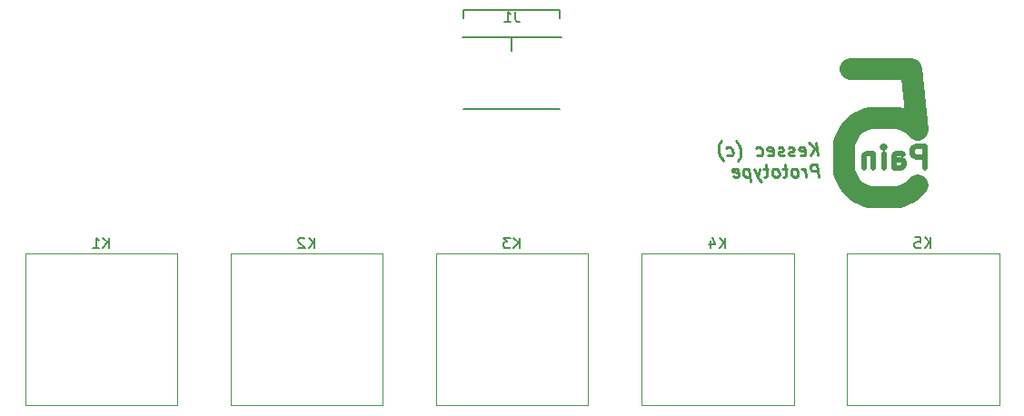
<source format=gbr>
%TF.GenerationSoftware,KiCad,Pcbnew,(5.1.7)-1*%
%TF.CreationDate,2021-01-12T02:41:31-08:00*%
%TF.ProjectId,pain5,7061696e-352e-46b6-9963-61645f706362,rev?*%
%TF.SameCoordinates,Original*%
%TF.FileFunction,Legend,Bot*%
%TF.FilePolarity,Positive*%
%FSLAX46Y46*%
G04 Gerber Fmt 4.6, Leading zero omitted, Abs format (unit mm)*
G04 Created by KiCad (PCBNEW (5.1.7)-1) date 2021-01-12 02:41:31*
%MOMM*%
%LPD*%
G01*
G04 APERTURE LIST*
%ADD10C,0.250000*%
%ADD11C,2.000000*%
%ADD12C,0.500000*%
%ADD13C,0.150000*%
%ADD14C,0.120000*%
G04 APERTURE END LIST*
D10*
X193597098Y-76042857D02*
X193447098Y-74842857D01*
X192989955Y-74842857D01*
X192882812Y-74900000D01*
X192832812Y-74957142D01*
X192789955Y-75071428D01*
X192811383Y-75242857D01*
X192882812Y-75357142D01*
X192947098Y-75414285D01*
X193068526Y-75471428D01*
X193525669Y-75471428D01*
X192397098Y-76042857D02*
X192297098Y-75242857D01*
X192325669Y-75471428D02*
X192254241Y-75357142D01*
X192189955Y-75300000D01*
X192068526Y-75242857D01*
X191954241Y-75242857D01*
X191482812Y-76042857D02*
X191589955Y-75985714D01*
X191639955Y-75928571D01*
X191682812Y-75814285D01*
X191639955Y-75471428D01*
X191568526Y-75357142D01*
X191504241Y-75300000D01*
X191382812Y-75242857D01*
X191211383Y-75242857D01*
X191104241Y-75300000D01*
X191054241Y-75357142D01*
X191011383Y-75471428D01*
X191054241Y-75814285D01*
X191125669Y-75928571D01*
X191189955Y-75985714D01*
X191311383Y-76042857D01*
X191482812Y-76042857D01*
X190639955Y-75242857D02*
X190182812Y-75242857D01*
X190418526Y-74842857D02*
X190547098Y-75871428D01*
X190504241Y-75985714D01*
X190397098Y-76042857D01*
X190282812Y-76042857D01*
X189711383Y-76042857D02*
X189818526Y-75985714D01*
X189868526Y-75928571D01*
X189911383Y-75814285D01*
X189868526Y-75471428D01*
X189797098Y-75357142D01*
X189732812Y-75300000D01*
X189611383Y-75242857D01*
X189439955Y-75242857D01*
X189332812Y-75300000D01*
X189282812Y-75357142D01*
X189239955Y-75471428D01*
X189282812Y-75814285D01*
X189354241Y-75928571D01*
X189418526Y-75985714D01*
X189539955Y-76042857D01*
X189711383Y-76042857D01*
X188868526Y-75242857D02*
X188411383Y-75242857D01*
X188647098Y-74842857D02*
X188775669Y-75871428D01*
X188732812Y-75985714D01*
X188625669Y-76042857D01*
X188511383Y-76042857D01*
X188125669Y-75242857D02*
X187939955Y-76042857D01*
X187554241Y-75242857D02*
X187939955Y-76042857D01*
X188089955Y-76328571D01*
X188154241Y-76385714D01*
X188275669Y-76442857D01*
X187097098Y-75242857D02*
X187247098Y-76442857D01*
X187104241Y-75300000D02*
X186982812Y-75242857D01*
X186754241Y-75242857D01*
X186647098Y-75300000D01*
X186597098Y-75357142D01*
X186554241Y-75471428D01*
X186597098Y-75814285D01*
X186668526Y-75928571D01*
X186732812Y-75985714D01*
X186854241Y-76042857D01*
X187082812Y-76042857D01*
X187189955Y-75985714D01*
X185647098Y-75985714D02*
X185768526Y-76042857D01*
X185997098Y-76042857D01*
X186104241Y-75985714D01*
X186147098Y-75871428D01*
X186089955Y-75414285D01*
X186018526Y-75300000D01*
X185897098Y-75242857D01*
X185668526Y-75242857D01*
X185561383Y-75300000D01*
X185518526Y-75414285D01*
X185532812Y-75528571D01*
X186118526Y-75642857D01*
D11*
X196542857Y-65928571D02*
X202257142Y-65928571D01*
X202828571Y-71642857D01*
X202257142Y-71071428D01*
X201114285Y-70500000D01*
X198257142Y-70500000D01*
X197114285Y-71071428D01*
X196542857Y-71642857D01*
X195971428Y-72785714D01*
X195971428Y-75642857D01*
X196542857Y-76785714D01*
X197114285Y-77357142D01*
X198257142Y-77928571D01*
X201114285Y-77928571D01*
X202257142Y-77357142D01*
X202828571Y-76785714D01*
D10*
X193525669Y-74042857D02*
X193375669Y-72842857D01*
X192839955Y-74042857D02*
X193268526Y-73357142D01*
X192689955Y-72842857D02*
X193461383Y-73528571D01*
X191861383Y-73985714D02*
X191982812Y-74042857D01*
X192211383Y-74042857D01*
X192318526Y-73985714D01*
X192361383Y-73871428D01*
X192304241Y-73414285D01*
X192232812Y-73300000D01*
X192111383Y-73242857D01*
X191882812Y-73242857D01*
X191775669Y-73300000D01*
X191732812Y-73414285D01*
X191747098Y-73528571D01*
X192332812Y-73642857D01*
X191347098Y-73985714D02*
X191239955Y-74042857D01*
X191011383Y-74042857D01*
X190889955Y-73985714D01*
X190818526Y-73871428D01*
X190811383Y-73814285D01*
X190854241Y-73700000D01*
X190961383Y-73642857D01*
X191132812Y-73642857D01*
X191239955Y-73585714D01*
X191282812Y-73471428D01*
X191275669Y-73414285D01*
X191204241Y-73300000D01*
X191082812Y-73242857D01*
X190911383Y-73242857D01*
X190804241Y-73300000D01*
X190375669Y-73985714D02*
X190268526Y-74042857D01*
X190039955Y-74042857D01*
X189918526Y-73985714D01*
X189847098Y-73871428D01*
X189839955Y-73814285D01*
X189882812Y-73700000D01*
X189989955Y-73642857D01*
X190161383Y-73642857D01*
X190268526Y-73585714D01*
X190311383Y-73471428D01*
X190304241Y-73414285D01*
X190232812Y-73300000D01*
X190111383Y-73242857D01*
X189939955Y-73242857D01*
X189832812Y-73300000D01*
X188889955Y-73985714D02*
X189011383Y-74042857D01*
X189239955Y-74042857D01*
X189347098Y-73985714D01*
X189389955Y-73871428D01*
X189332812Y-73414285D01*
X189261383Y-73300000D01*
X189139955Y-73242857D01*
X188911383Y-73242857D01*
X188804241Y-73300000D01*
X188761383Y-73414285D01*
X188775669Y-73528571D01*
X189361383Y-73642857D01*
X187804241Y-73985714D02*
X187925669Y-74042857D01*
X188154241Y-74042857D01*
X188261383Y-73985714D01*
X188311383Y-73928571D01*
X188354241Y-73814285D01*
X188311383Y-73471428D01*
X188239955Y-73357142D01*
X188175669Y-73300000D01*
X188054241Y-73242857D01*
X187825669Y-73242857D01*
X187718526Y-73300000D01*
X186097098Y-74500000D02*
X186147098Y-74442857D01*
X186239955Y-74271428D01*
X186282812Y-74157142D01*
X186318526Y-73985714D01*
X186339955Y-73700000D01*
X186311383Y-73471428D01*
X186218526Y-73185714D01*
X186139955Y-73014285D01*
X186068526Y-72900000D01*
X185932812Y-72728571D01*
X185868526Y-72671428D01*
X185061383Y-73985714D02*
X185182812Y-74042857D01*
X185411383Y-74042857D01*
X185518526Y-73985714D01*
X185568526Y-73928571D01*
X185611383Y-73814285D01*
X185568526Y-73471428D01*
X185497098Y-73357142D01*
X185432812Y-73300000D01*
X185311383Y-73242857D01*
X185082812Y-73242857D01*
X184975669Y-73300000D01*
X184725669Y-74500000D02*
X184661383Y-74442857D01*
X184525669Y-74271428D01*
X184454241Y-74157142D01*
X184375669Y-73985714D01*
X184282812Y-73700000D01*
X184254241Y-73471428D01*
X184275669Y-73185714D01*
X184311383Y-73014285D01*
X184354241Y-72900000D01*
X184447098Y-72728571D01*
X184497098Y-72671428D01*
D12*
X203459523Y-75154761D02*
X203459523Y-73154761D01*
X202697619Y-73154761D01*
X202507142Y-73250000D01*
X202411904Y-73345238D01*
X202316666Y-73535714D01*
X202316666Y-73821428D01*
X202411904Y-74011904D01*
X202507142Y-74107142D01*
X202697619Y-74202380D01*
X203459523Y-74202380D01*
X200602380Y-75154761D02*
X200602380Y-74107142D01*
X200697619Y-73916666D01*
X200888095Y-73821428D01*
X201269047Y-73821428D01*
X201459523Y-73916666D01*
X200602380Y-75059523D02*
X200792857Y-75154761D01*
X201269047Y-75154761D01*
X201459523Y-75059523D01*
X201554761Y-74869047D01*
X201554761Y-74678571D01*
X201459523Y-74488095D01*
X201269047Y-74392857D01*
X200792857Y-74392857D01*
X200602380Y-74297619D01*
X199650000Y-75154761D02*
X199650000Y-73821428D01*
X199650000Y-73154761D02*
X199745238Y-73250000D01*
X199650000Y-73345238D01*
X199554761Y-73250000D01*
X199650000Y-73154761D01*
X199650000Y-73345238D01*
X198697619Y-73821428D02*
X198697619Y-75154761D01*
X198697619Y-74011904D02*
X198602380Y-73916666D01*
X198411904Y-73821428D01*
X198126190Y-73821428D01*
X197935714Y-73916666D01*
X197840476Y-74107142D01*
X197840476Y-75154761D01*
D13*
%TO.C,J1*%
X165000000Y-63000000D02*
X165000000Y-64270000D01*
X160525000Y-60490000D02*
X160520000Y-61250000D01*
X160525000Y-60490000D02*
X169475000Y-60490000D01*
X169480000Y-61250000D02*
X169475000Y-60490000D01*
X160525000Y-69660000D02*
X169475000Y-69660000D01*
X160375000Y-63000000D02*
X169625000Y-63000000D01*
D14*
%TO.C,K1*%
X133840000Y-83125000D02*
X133840000Y-97325000D01*
X133840000Y-97325000D02*
X119640000Y-97325000D01*
X119640000Y-97325000D02*
X119640000Y-83125000D01*
X119640000Y-83125000D02*
X133840000Y-83125000D01*
%TO.C,K2*%
X138790000Y-83125000D02*
X152990000Y-83125000D01*
X138790000Y-97325000D02*
X138790000Y-83125000D01*
X152990000Y-97325000D02*
X138790000Y-97325000D01*
X152990000Y-83125000D02*
X152990000Y-97325000D01*
%TO.C,K3*%
X172115000Y-83125000D02*
X172115000Y-97325000D01*
X172115000Y-97325000D02*
X157915000Y-97325000D01*
X157915000Y-97325000D02*
X157915000Y-83125000D01*
X157915000Y-83125000D02*
X172115000Y-83125000D01*
%TO.C,K4*%
X177065000Y-83125000D02*
X191265000Y-83125000D01*
X177065000Y-97325000D02*
X177065000Y-83125000D01*
X191265000Y-97325000D02*
X177065000Y-97325000D01*
X191265000Y-83125000D02*
X191265000Y-97325000D01*
%TO.C,K5*%
X210405000Y-83120000D02*
X210405000Y-97320000D01*
X210405000Y-97320000D02*
X196205000Y-97320000D01*
X196205000Y-97320000D02*
X196205000Y-83120000D01*
X196205000Y-83120000D02*
X210405000Y-83120000D01*
%TO.C,J1*%
D13*
X165333333Y-60602380D02*
X165333333Y-61316666D01*
X165380952Y-61459523D01*
X165476190Y-61554761D01*
X165619047Y-61602380D01*
X165714285Y-61602380D01*
X164333333Y-61602380D02*
X164904761Y-61602380D01*
X164619047Y-61602380D02*
X164619047Y-60602380D01*
X164714285Y-60745238D01*
X164809523Y-60840476D01*
X164904761Y-60888095D01*
%TO.C,K1*%
X127478095Y-82677380D02*
X127478095Y-81677380D01*
X126906666Y-82677380D02*
X127335238Y-82105952D01*
X126906666Y-81677380D02*
X127478095Y-82248809D01*
X125954285Y-82677380D02*
X126525714Y-82677380D01*
X126240000Y-82677380D02*
X126240000Y-81677380D01*
X126335238Y-81820238D01*
X126430476Y-81915476D01*
X126525714Y-81963095D01*
%TO.C,K2*%
X146628095Y-82677380D02*
X146628095Y-81677380D01*
X146056666Y-82677380D02*
X146485238Y-82105952D01*
X146056666Y-81677380D02*
X146628095Y-82248809D01*
X145675714Y-81772619D02*
X145628095Y-81725000D01*
X145532857Y-81677380D01*
X145294761Y-81677380D01*
X145199523Y-81725000D01*
X145151904Y-81772619D01*
X145104285Y-81867857D01*
X145104285Y-81963095D01*
X145151904Y-82105952D01*
X145723333Y-82677380D01*
X145104285Y-82677380D01*
%TO.C,K3*%
X165753095Y-82677380D02*
X165753095Y-81677380D01*
X165181666Y-82677380D02*
X165610238Y-82105952D01*
X165181666Y-81677380D02*
X165753095Y-82248809D01*
X164848333Y-81677380D02*
X164229285Y-81677380D01*
X164562619Y-82058333D01*
X164419761Y-82058333D01*
X164324523Y-82105952D01*
X164276904Y-82153571D01*
X164229285Y-82248809D01*
X164229285Y-82486904D01*
X164276904Y-82582142D01*
X164324523Y-82629761D01*
X164419761Y-82677380D01*
X164705476Y-82677380D01*
X164800714Y-82629761D01*
X164848333Y-82582142D01*
%TO.C,K4*%
X184903095Y-82677380D02*
X184903095Y-81677380D01*
X184331666Y-82677380D02*
X184760238Y-82105952D01*
X184331666Y-81677380D02*
X184903095Y-82248809D01*
X183474523Y-82010714D02*
X183474523Y-82677380D01*
X183712619Y-81629761D02*
X183950714Y-82344047D01*
X183331666Y-82344047D01*
%TO.C,K5*%
X204043095Y-82672380D02*
X204043095Y-81672380D01*
X203471666Y-82672380D02*
X203900238Y-82100952D01*
X203471666Y-81672380D02*
X204043095Y-82243809D01*
X202566904Y-81672380D02*
X203043095Y-81672380D01*
X203090714Y-82148571D01*
X203043095Y-82100952D01*
X202947857Y-82053333D01*
X202709761Y-82053333D01*
X202614523Y-82100952D01*
X202566904Y-82148571D01*
X202519285Y-82243809D01*
X202519285Y-82481904D01*
X202566904Y-82577142D01*
X202614523Y-82624761D01*
X202709761Y-82672380D01*
X202947857Y-82672380D01*
X203043095Y-82624761D01*
X203090714Y-82577142D01*
%TD*%
M02*

</source>
